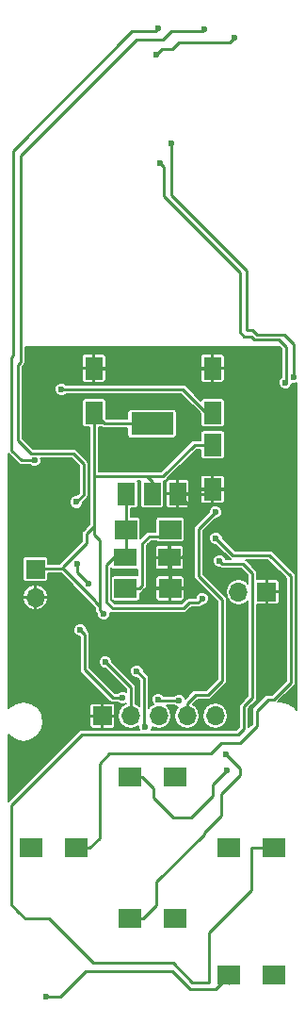
<source format=gbr>
G04 #@! TF.FileFunction,Copper,L2,Bot,Signal*
%FSLAX46Y46*%
G04 Gerber Fmt 4.6, Leading zero omitted, Abs format (unit mm)*
G04 Created by KiCad (PCBNEW 4.0.4-stable) date 04/22/19 13:39:38*
%MOMM*%
%LPD*%
G01*
G04 APERTURE LIST*
%ADD10C,0.100000*%
%ADD11R,1.600000X2.000000*%
%ADD12R,1.700000X1.700000*%
%ADD13O,1.700000X1.700000*%
%ADD14R,2.000000X1.600000*%
%ADD15R,2.000000X1.700000*%
%ADD16R,3.800000X2.000000*%
%ADD17R,1.500000X2.000000*%
%ADD18C,0.600000*%
%ADD19C,0.250000*%
%ADD20C,0.200000*%
G04 APERTURE END LIST*
D10*
D11*
X98247200Y-91128600D03*
X98247200Y-87128600D03*
X108915200Y-91128600D03*
X108915200Y-87128600D03*
D12*
X99009200Y-118338600D03*
D13*
X101549200Y-118338600D03*
X104089200Y-118338600D03*
X106629200Y-118338600D03*
X109169200Y-118338600D03*
D14*
X101035100Y-104101900D03*
X105035100Y-104101900D03*
D11*
X108915200Y-93986600D03*
X108915200Y-97986600D03*
D15*
X105085900Y-106883200D03*
X101085900Y-106883200D03*
D12*
X92989400Y-105168700D03*
D13*
X92989400Y-107708700D03*
D15*
X101098600Y-101612700D03*
X105098600Y-101612700D03*
D16*
X103466900Y-92100000D03*
D17*
X103466900Y-98400000D03*
X101166900Y-98400000D03*
X105766900Y-98400000D03*
D12*
X113779300Y-107213400D03*
D13*
X111239300Y-107213400D03*
D15*
X110395000Y-141605000D03*
X114395000Y-141605000D03*
X96615000Y-130175000D03*
X92615000Y-130175000D03*
X101505000Y-123825000D03*
X105505000Y-123825000D03*
X114395000Y-130175000D03*
X110395000Y-130175000D03*
X101505000Y-136525000D03*
X105505000Y-136525000D03*
D18*
X102108000Y-114300000D03*
X102870000Y-119316500D03*
X99136200Y-109194600D03*
X98120200Y-91033600D03*
X105029000Y-107061000D03*
X108407200Y-113480600D03*
X103835200Y-109448600D03*
X108788200Y-86969600D03*
X98247200Y-86969600D03*
X96774000Y-104648000D03*
X97790000Y-106426000D03*
X99263200Y-113480600D03*
X95326200Y-89001600D03*
X107975400Y-107784900D03*
X103886000Y-58978800D03*
X110845600Y-57454800D03*
X104216200Y-68732400D03*
X115468400Y-88392000D03*
X116179600Y-87909400D03*
X105232200Y-66929000D03*
X96672400Y-99136200D03*
X108204000Y-56667400D03*
X92913200Y-95402400D03*
X104013000Y-56565800D03*
X110172500Y-123253500D03*
X109550200Y-104418600D03*
X109220000Y-102362000D03*
X110109000Y-121793000D03*
X105918000Y-116967000D03*
X104013000Y-116840000D03*
X100838000Y-116713000D03*
X97028000Y-110617000D03*
X93980000Y-143510000D03*
X109169200Y-100050600D03*
X114300000Y-141605000D03*
X92710000Y-130175000D03*
X105473500Y-123888500D03*
X110490000Y-130175000D03*
X105410000Y-136525000D03*
D19*
X102743000Y-114935000D02*
X102108000Y-114300000D01*
X102743000Y-119189500D02*
X102743000Y-114935000D01*
X102870000Y-119316500D02*
X102743000Y-119189500D01*
X103466900Y-92100000D02*
X99218600Y-92100000D01*
X99218600Y-92100000D02*
X98247200Y-91128600D01*
X103022400Y-96837500D02*
X104457500Y-96837500D01*
X107308400Y-93986600D02*
X108915200Y-93986600D01*
X104457500Y-96837500D02*
X107308400Y-93986600D01*
X98247200Y-96837500D02*
X103022400Y-96837500D01*
X103466900Y-97282000D02*
X103466900Y-98400000D01*
X103022400Y-96837500D02*
X103466900Y-97282000D01*
X95453200Y-105130600D02*
X95453200Y-104952800D01*
X97586800Y-101993700D02*
X98247200Y-101333300D01*
X97586800Y-102819200D02*
X97586800Y-101993700D01*
X95453200Y-104952800D02*
X97586800Y-102819200D01*
X92964000Y-105130600D02*
X95453200Y-105130600D01*
X95453200Y-105130600D02*
X95465900Y-105130600D01*
X98348800Y-108102400D02*
X98755200Y-108508800D01*
X98348800Y-108013500D02*
X98348800Y-108102400D01*
X95465900Y-105130600D02*
X98348800Y-108013500D01*
X98247200Y-91128600D02*
X98247200Y-96837500D01*
X98247200Y-96837500D02*
X98247200Y-101333300D01*
X98247200Y-101333300D02*
X98247200Y-102082600D01*
X98247200Y-102082600D02*
X98755200Y-102590600D01*
X98755200Y-102590600D02*
X98755200Y-108508800D01*
X98755200Y-108813600D02*
X99136200Y-109194600D01*
X98755200Y-108508800D02*
X98755200Y-108813600D01*
X98120200Y-91033600D02*
X98215200Y-91128600D01*
X98215200Y-91128600D02*
X98247200Y-91128600D01*
X105085900Y-106883200D02*
X105085900Y-104152700D01*
X105085900Y-104152700D02*
X105035100Y-104101900D01*
X105766900Y-98400000D02*
X108501800Y-98400000D01*
X108501800Y-98400000D02*
X108915200Y-97986600D01*
X105035100Y-104101900D02*
X106159300Y-104101900D01*
X106730800Y-99363900D02*
X105766900Y-98400000D01*
X106730800Y-103530400D02*
X106730800Y-99363900D01*
X106159300Y-104101900D02*
X106730800Y-103530400D01*
X105029000Y-107061000D02*
X105085900Y-107004100D01*
X105085900Y-107004100D02*
X105085900Y-106883200D01*
X103835200Y-111353600D02*
X103835200Y-109448600D01*
X103962200Y-111480600D02*
X103835200Y-111353600D01*
X106407200Y-111480600D02*
X103962200Y-111480600D01*
X108407200Y-113480600D02*
X106407200Y-111480600D01*
X108788200Y-86969600D02*
X108915200Y-87096600D01*
X108915200Y-87096600D02*
X108915200Y-87128600D01*
X98247200Y-86969600D02*
X98247200Y-87128600D01*
X98247200Y-87128600D02*
X108915200Y-87128600D01*
X96774000Y-105410000D02*
X96774000Y-104648000D01*
X97790000Y-106426000D02*
X96774000Y-105410000D01*
X101549200Y-115766600D02*
X101549200Y-118338600D01*
X99263200Y-113480600D02*
X101549200Y-115766600D01*
X108915200Y-91128600D02*
X108375200Y-91128600D01*
X108375200Y-91128600D02*
X106248200Y-89001600D01*
X106248200Y-89001600D02*
X95326200Y-89001600D01*
X101035100Y-104101900D02*
X100050600Y-104101900D01*
X100050600Y-104101900D02*
X99352100Y-104800400D01*
X107581700Y-108178600D02*
X107975400Y-107784900D01*
X106794300Y-108178600D02*
X107581700Y-108178600D01*
X106273600Y-108699300D02*
X106794300Y-108178600D01*
X99936300Y-108699300D02*
X106273600Y-108699300D01*
X99352100Y-108115100D02*
X99936300Y-108699300D01*
X99352100Y-104800400D02*
X99352100Y-108115100D01*
X101098600Y-101612700D02*
X101098600Y-104038400D01*
X101098600Y-104038400D02*
X101035100Y-104101900D01*
X101098600Y-101612700D02*
X101098600Y-98468300D01*
X101098600Y-98468300D02*
X101166900Y-98400000D01*
X101085900Y-106883200D02*
X102285800Y-106883200D01*
X103212900Y-102196900D02*
X104514400Y-102196900D01*
X102565200Y-102844600D02*
X103212900Y-102196900D01*
X102565200Y-106603800D02*
X102565200Y-102844600D01*
X102285800Y-106883200D02*
X102565200Y-106603800D01*
X104514400Y-102196900D02*
X105098600Y-101612700D01*
X104394000Y-58470800D02*
X103886000Y-58978800D01*
X105283000Y-58470800D02*
X104394000Y-58470800D01*
X105867200Y-57886600D02*
X105283000Y-58470800D01*
X110413800Y-57886600D02*
X105867200Y-57886600D01*
X110845600Y-57454800D02*
X110413800Y-57886600D01*
X104546400Y-69062600D02*
X104216200Y-68732400D01*
X104546400Y-71678800D02*
X104546400Y-69062600D01*
X111353600Y-78486000D02*
X104546400Y-71678800D01*
X111353600Y-83870800D02*
X111353600Y-78486000D01*
X111734600Y-84251800D02*
X111353600Y-83870800D01*
X112369600Y-84251800D02*
X111734600Y-84251800D01*
X112674400Y-84556600D02*
X112369600Y-84251800D01*
X114884200Y-84556600D02*
X112674400Y-84556600D01*
X115544600Y-85217000D02*
X114884200Y-84556600D01*
X115544600Y-88315800D02*
X115544600Y-85217000D01*
X115468400Y-88392000D02*
X115544600Y-88315800D01*
X116179600Y-87909400D02*
X116179600Y-84937600D01*
X111988600Y-83718400D02*
X111988600Y-78359000D01*
X111988600Y-78359000D02*
X105232200Y-71602600D01*
X105232200Y-71602600D02*
X105232200Y-66929000D01*
X112496600Y-83718400D02*
X111988600Y-83718400D01*
X112877600Y-84099400D02*
X112496600Y-83718400D01*
X115341400Y-84099400D02*
X112877600Y-84099400D01*
X116179600Y-84937600D02*
X115341400Y-84099400D01*
X97307400Y-98501200D02*
X96672400Y-99136200D01*
X97307400Y-95681800D02*
X97307400Y-98501200D01*
X96367600Y-94742000D02*
X97307400Y-95681800D01*
X92557600Y-94742000D02*
X96367600Y-94742000D01*
X91389200Y-93573600D02*
X92557600Y-94742000D01*
X91389200Y-86817200D02*
X91389200Y-93573600D01*
X91617800Y-86588600D02*
X91389200Y-86817200D01*
X91617800Y-68046600D02*
X91617800Y-86588600D01*
X102057200Y-57607200D02*
X91617800Y-68046600D01*
X104470200Y-57607200D02*
X102057200Y-57607200D01*
X105232200Y-56845200D02*
X104470200Y-57607200D01*
X108026200Y-56845200D02*
X105232200Y-56845200D01*
X108204000Y-56667400D02*
X108026200Y-56845200D01*
X91744800Y-95402400D02*
X92913200Y-95402400D01*
X90830400Y-94488000D02*
X91744800Y-95402400D01*
X90830400Y-86131400D02*
X90830400Y-94488000D01*
X90957400Y-86004400D02*
X90830400Y-86131400D01*
X90957400Y-67564000D02*
X90957400Y-86004400D01*
X101676200Y-56845200D02*
X90957400Y-67564000D01*
X103733600Y-56845200D02*
X101676200Y-56845200D01*
X104013000Y-56565800D02*
X103733600Y-56845200D01*
X101505000Y-123825000D02*
X102552500Y-123825000D01*
X108966000Y-124460000D02*
X110172500Y-123253500D01*
X108966000Y-125476000D02*
X108966000Y-124460000D01*
X106997500Y-127444500D02*
X108966000Y-125476000D01*
X105346500Y-127444500D02*
X106997500Y-127444500D01*
X103568500Y-125666500D02*
X105346500Y-127444500D01*
X103568500Y-124841000D02*
X103568500Y-125666500D01*
X102552500Y-123825000D02*
X103568500Y-124841000D01*
X108585000Y-142240000D02*
X107061000Y-142240000D01*
X112395000Y-130175000D02*
X112395000Y-133985000D01*
X112395000Y-133985000D02*
X110490000Y-135890000D01*
X110490000Y-135890000D02*
X108585000Y-137795000D01*
X108585000Y-137795000D02*
X108585000Y-142240000D01*
X114395000Y-130175000D02*
X112395000Y-130175000D01*
X92075000Y-136525000D02*
X91440000Y-135890000D01*
X94170500Y-136525000D02*
X92075000Y-136525000D01*
X98171000Y-140525500D02*
X94170500Y-136525000D01*
X105346500Y-140525500D02*
X98171000Y-140525500D01*
X107061000Y-142240000D02*
X105346500Y-140525500D01*
X109779600Y-104648000D02*
X109550200Y-104418600D01*
X109779600Y-104648000D02*
X111633000Y-104648000D01*
X111633000Y-104648000D02*
X112522000Y-105537000D01*
X112522000Y-105537000D02*
X112522000Y-116713000D01*
X112522000Y-116713000D02*
X111760000Y-117475000D01*
X111760000Y-117475000D02*
X111760000Y-119507000D01*
X111760000Y-119507000D02*
X111252000Y-120015000D01*
X111252000Y-120015000D02*
X97155000Y-120015000D01*
X97155000Y-120015000D02*
X92710000Y-124460000D01*
X90805000Y-126365000D02*
X92710000Y-124460000D01*
X90805000Y-135255000D02*
X90805000Y-126365000D01*
X91440000Y-135890000D02*
X90805000Y-135255000D01*
X96615000Y-130175000D02*
X97853500Y-130175000D01*
X109728000Y-120777000D02*
X109220000Y-121285000D01*
X111379000Y-120777000D02*
X109728000Y-120777000D01*
X112903000Y-119253000D02*
X111379000Y-120777000D01*
X112903000Y-117856000D02*
X112903000Y-119253000D01*
X113919000Y-116840000D02*
X112903000Y-117856000D01*
X114427000Y-116840000D02*
X113919000Y-116840000D01*
X115951000Y-115316000D02*
X114427000Y-116840000D01*
X115951000Y-105791000D02*
X115951000Y-115316000D01*
X114046000Y-103886000D02*
X115951000Y-105791000D01*
X110744000Y-103886000D02*
X114046000Y-103886000D01*
X109220000Y-102362000D02*
X110744000Y-103886000D01*
X108775500Y-121729500D02*
X109220000Y-121285000D01*
X99631500Y-121729500D02*
X108775500Y-121729500D01*
X98742500Y-122618500D02*
X99631500Y-121729500D01*
X98742500Y-129286000D02*
X98742500Y-122618500D01*
X97853500Y-130175000D02*
X98742500Y-129286000D01*
X101505000Y-136525000D02*
X102679500Y-136525000D01*
X111379000Y-123634500D02*
X111379000Y-123063000D01*
X109664500Y-125349000D02*
X111379000Y-123634500D01*
X109664500Y-127254000D02*
X109664500Y-125349000D01*
X108140500Y-128778000D02*
X109664500Y-127254000D01*
X108140500Y-128968500D02*
X108140500Y-128778000D01*
X103886000Y-133223000D02*
X108140500Y-128968500D01*
X103886000Y-135318500D02*
X103886000Y-133223000D01*
X102679500Y-136525000D02*
X103886000Y-135318500D01*
X110109000Y-121793000D02*
X111379000Y-123063000D01*
X104140000Y-116967000D02*
X105918000Y-116967000D01*
X104013000Y-116840000D02*
X104140000Y-116967000D01*
X99949000Y-116713000D02*
X100838000Y-116713000D01*
X97409000Y-114173000D02*
X99949000Y-116713000D01*
X97409000Y-110998000D02*
X97409000Y-114173000D01*
X97028000Y-110617000D02*
X97409000Y-110998000D01*
X110395000Y-141605000D02*
X110395000Y-141700000D01*
X110395000Y-141700000D02*
X109220000Y-142875000D01*
X95186500Y-143510000D02*
X93980000Y-143510000D01*
X97472500Y-141224000D02*
X95186500Y-143510000D01*
X105283000Y-141224000D02*
X97472500Y-141224000D01*
X106934000Y-142875000D02*
X105283000Y-141224000D01*
X109220000Y-142875000D02*
X106934000Y-142875000D01*
X110395000Y-141605000D02*
X110395000Y-142335000D01*
X106629200Y-117195600D02*
X106629200Y-118338600D01*
X107391200Y-116433600D02*
X106629200Y-117195600D01*
X108534200Y-116433600D02*
X107391200Y-116433600D01*
X109804200Y-115163600D02*
X108534200Y-116433600D01*
X109804200Y-107924600D02*
X109804200Y-115163600D01*
X107645200Y-105765600D02*
X109804200Y-107924600D01*
X107645200Y-101574600D02*
X107645200Y-105765600D01*
X109169200Y-100050600D02*
X107645200Y-101574600D01*
X114300000Y-141605000D02*
X114395000Y-141605000D01*
X92710000Y-130175000D02*
X92615000Y-130175000D01*
X105473500Y-123888500D02*
X105505000Y-123857000D01*
X105505000Y-123857000D02*
X105505000Y-123825000D01*
X110490000Y-130175000D02*
X110395000Y-130175000D01*
X105410000Y-136525000D02*
X105505000Y-136525000D01*
D20*
G36*
X115119600Y-85393041D02*
X115119600Y-87892403D01*
X114960041Y-88051683D01*
X114868504Y-88272129D01*
X114868296Y-88510824D01*
X114959448Y-88731429D01*
X115128083Y-88900359D01*
X115348529Y-88991896D01*
X115587224Y-88992104D01*
X115807829Y-88900952D01*
X115976759Y-88732317D01*
X116068296Y-88511871D01*
X116068298Y-88509303D01*
X116298424Y-88509504D01*
X116465000Y-88440676D01*
X116465000Y-117823801D01*
X116292365Y-117565435D01*
X115704562Y-117172677D01*
X115011200Y-117034759D01*
X114789103Y-117078937D01*
X116251520Y-115616521D01*
X116343648Y-115478641D01*
X116343649Y-115478640D01*
X116376000Y-115316000D01*
X116376000Y-105791000D01*
X116370948Y-105765600D01*
X116343649Y-105628359D01*
X116251520Y-105490480D01*
X114346520Y-103585480D01*
X114208641Y-103493351D01*
X114181657Y-103487984D01*
X114046000Y-103461000D01*
X110920041Y-103461000D01*
X109820001Y-102360961D01*
X109820104Y-102243176D01*
X109728952Y-102022571D01*
X109560317Y-101853641D01*
X109339871Y-101762104D01*
X109101176Y-101761896D01*
X108880571Y-101853048D01*
X108711641Y-102021683D01*
X108620104Y-102242129D01*
X108619896Y-102480824D01*
X108711048Y-102701429D01*
X108879683Y-102870359D01*
X109100129Y-102961896D01*
X109218959Y-102962000D01*
X110443479Y-104186520D01*
X110498075Y-104223000D01*
X110118581Y-104223000D01*
X110059152Y-104079171D01*
X109890517Y-103910241D01*
X109670071Y-103818704D01*
X109431376Y-103818496D01*
X109210771Y-103909648D01*
X109041841Y-104078283D01*
X108950304Y-104298729D01*
X108950096Y-104537424D01*
X109041248Y-104758029D01*
X109209883Y-104926959D01*
X109430329Y-105018496D01*
X109584005Y-105018630D01*
X109616959Y-105040649D01*
X109779600Y-105073000D01*
X111456960Y-105073000D01*
X112097000Y-105713040D01*
X112097000Y-106444337D01*
X112052473Y-106377697D01*
X111679386Y-106128409D01*
X111239300Y-106040870D01*
X110799214Y-106128409D01*
X110426127Y-106377697D01*
X110176839Y-106750784D01*
X110089300Y-107190870D01*
X110089300Y-107235930D01*
X110176839Y-107676016D01*
X110426127Y-108049103D01*
X110799214Y-108298391D01*
X111239300Y-108385930D01*
X111679386Y-108298391D01*
X112052473Y-108049103D01*
X112097000Y-107982463D01*
X112097000Y-116536959D01*
X111459480Y-117174480D01*
X111367351Y-117312359D01*
X111367351Y-117312360D01*
X111335000Y-117475000D01*
X111335000Y-119330959D01*
X111075960Y-119590000D01*
X103406104Y-119590000D01*
X103469896Y-119436371D01*
X103470011Y-119303919D01*
X103649114Y-119423591D01*
X104089200Y-119511130D01*
X104529286Y-119423591D01*
X104902373Y-119174303D01*
X105151661Y-118801216D01*
X105239200Y-118361130D01*
X105239200Y-118316070D01*
X105151661Y-117875984D01*
X104902373Y-117502897D01*
X104736403Y-117392000D01*
X105494470Y-117392000D01*
X105577683Y-117475359D01*
X105778665Y-117558814D01*
X105566739Y-117875984D01*
X105479200Y-118316070D01*
X105479200Y-118361130D01*
X105566739Y-118801216D01*
X105816027Y-119174303D01*
X106189114Y-119423591D01*
X106629200Y-119511130D01*
X107069286Y-119423591D01*
X107442373Y-119174303D01*
X107691661Y-118801216D01*
X107779200Y-118361130D01*
X107779200Y-118316070D01*
X108019200Y-118316070D01*
X108019200Y-118361130D01*
X108106739Y-118801216D01*
X108356027Y-119174303D01*
X108729114Y-119423591D01*
X109169200Y-119511130D01*
X109609286Y-119423591D01*
X109982373Y-119174303D01*
X110231661Y-118801216D01*
X110319200Y-118361130D01*
X110319200Y-118316070D01*
X110231661Y-117875984D01*
X109982373Y-117502897D01*
X109609286Y-117253609D01*
X109169200Y-117166070D01*
X108729114Y-117253609D01*
X108356027Y-117502897D01*
X108106739Y-117875984D01*
X108019200Y-118316070D01*
X107779200Y-118316070D01*
X107691661Y-117875984D01*
X107442373Y-117502897D01*
X107130997Y-117294843D01*
X107567241Y-116858600D01*
X108534200Y-116858600D01*
X108669857Y-116831616D01*
X108696841Y-116826249D01*
X108834720Y-116734120D01*
X110104720Y-115464121D01*
X110174291Y-115360000D01*
X110196849Y-115326240D01*
X110229200Y-115163600D01*
X110229200Y-107924600D01*
X110196849Y-107761960D01*
X110196849Y-107761959D01*
X110104720Y-107624080D01*
X108070200Y-105589560D01*
X108070200Y-101750640D01*
X109170239Y-100650601D01*
X109288024Y-100650704D01*
X109508629Y-100559552D01*
X109677559Y-100390917D01*
X109769096Y-100170471D01*
X109769304Y-99931776D01*
X109678152Y-99711171D01*
X109509517Y-99542241D01*
X109289071Y-99450704D01*
X109050376Y-99450496D01*
X108829771Y-99541648D01*
X108660841Y-99710283D01*
X108569304Y-99930729D01*
X108569200Y-100049559D01*
X107344680Y-101274080D01*
X107252551Y-101411959D01*
X107252551Y-101411960D01*
X107220200Y-101574600D01*
X107220200Y-105765600D01*
X107234506Y-105837520D01*
X107252551Y-105928241D01*
X107344680Y-106066120D01*
X109379200Y-108100640D01*
X109379200Y-114987559D01*
X108358160Y-116008600D01*
X107391200Y-116008600D01*
X107228559Y-116040951D01*
X107090680Y-116133079D01*
X106476434Y-116747326D01*
X106426952Y-116627571D01*
X106258317Y-116458641D01*
X106037871Y-116367104D01*
X105799176Y-116366896D01*
X105578571Y-116458048D01*
X105494472Y-116542000D01*
X104539070Y-116542000D01*
X104521952Y-116500571D01*
X104353317Y-116331641D01*
X104132871Y-116240104D01*
X103894176Y-116239896D01*
X103673571Y-116331048D01*
X103504641Y-116499683D01*
X103413104Y-116720129D01*
X103412896Y-116958824D01*
X103504048Y-117179429D01*
X103606513Y-117282074D01*
X103276027Y-117502897D01*
X103168000Y-117664571D01*
X103168000Y-114935000D01*
X103135649Y-114772360D01*
X103135649Y-114772359D01*
X103043521Y-114634480D01*
X102708001Y-114298961D01*
X102708104Y-114181176D01*
X102616952Y-113960571D01*
X102448317Y-113791641D01*
X102227871Y-113700104D01*
X101989176Y-113699896D01*
X101768571Y-113791048D01*
X101599641Y-113959683D01*
X101508104Y-114180129D01*
X101507896Y-114418824D01*
X101599048Y-114639429D01*
X101767683Y-114808359D01*
X101988129Y-114899896D01*
X102106959Y-114900000D01*
X102318000Y-115111041D01*
X102318000Y-117473248D01*
X101989286Y-117253609D01*
X101974200Y-117250608D01*
X101974200Y-115766600D01*
X101941849Y-115603960D01*
X101909969Y-115556249D01*
X101849720Y-115466079D01*
X99863201Y-113479561D01*
X99863304Y-113361776D01*
X99772152Y-113141171D01*
X99603517Y-112972241D01*
X99383071Y-112880704D01*
X99144376Y-112880496D01*
X98923771Y-112971648D01*
X98754841Y-113140283D01*
X98663304Y-113360729D01*
X98663096Y-113599424D01*
X98754248Y-113820029D01*
X98922883Y-113988959D01*
X99143329Y-114080496D01*
X99262159Y-114080600D01*
X101124200Y-115942641D01*
X101124200Y-116182170D01*
X100957871Y-116113104D01*
X100719176Y-116112896D01*
X100498571Y-116204048D01*
X100414472Y-116288000D01*
X100125041Y-116288000D01*
X97834000Y-113996960D01*
X97834000Y-110998000D01*
X97801649Y-110835360D01*
X97764419Y-110779641D01*
X97709520Y-110697479D01*
X97628001Y-110615961D01*
X97628104Y-110498176D01*
X97536952Y-110277571D01*
X97368317Y-110108641D01*
X97147871Y-110017104D01*
X96909176Y-110016896D01*
X96688571Y-110108048D01*
X96519641Y-110276683D01*
X96428104Y-110497129D01*
X96427896Y-110735824D01*
X96519048Y-110956429D01*
X96687683Y-111125359D01*
X96908129Y-111216896D01*
X96984000Y-111216962D01*
X96984000Y-114173000D01*
X97009262Y-114300000D01*
X97016351Y-114335641D01*
X97108480Y-114473520D01*
X99648479Y-117013520D01*
X99706711Y-117052429D01*
X99786360Y-117105649D01*
X99949000Y-117138000D01*
X100414470Y-117138000D01*
X100497683Y-117221359D01*
X100718129Y-117312896D01*
X100956824Y-117313104D01*
X101124200Y-117243946D01*
X101124200Y-117250608D01*
X101109114Y-117253609D01*
X100736027Y-117502897D01*
X100486739Y-117875984D01*
X100399200Y-118316070D01*
X100399200Y-118361130D01*
X100486739Y-118801216D01*
X100736027Y-119174303D01*
X101109114Y-119423591D01*
X101549200Y-119511130D01*
X101989286Y-119423591D01*
X102270070Y-119235978D01*
X102269896Y-119435324D01*
X102333807Y-119590000D01*
X97155000Y-119590000D01*
X96992360Y-119622351D01*
X96992358Y-119622352D01*
X96992359Y-119622352D01*
X96854479Y-119714480D01*
X92409480Y-124159480D01*
X90545000Y-126023960D01*
X90545000Y-120021454D01*
X90616035Y-120127765D01*
X91203838Y-120520523D01*
X91897200Y-120658441D01*
X92590562Y-120520523D01*
X93178365Y-120127765D01*
X93571123Y-119539962D01*
X93709041Y-118846600D01*
X93632858Y-118463600D01*
X97859200Y-118463600D01*
X97859200Y-119248274D01*
X97904872Y-119358537D01*
X97989264Y-119442928D01*
X98099527Y-119488600D01*
X98884200Y-119488600D01*
X98959200Y-119413600D01*
X98959200Y-118388600D01*
X99059200Y-118388600D01*
X99059200Y-119413600D01*
X99134200Y-119488600D01*
X99918873Y-119488600D01*
X100029136Y-119442928D01*
X100113528Y-119358537D01*
X100159200Y-119248274D01*
X100159200Y-118463600D01*
X100084200Y-118388600D01*
X99059200Y-118388600D01*
X98959200Y-118388600D01*
X97934200Y-118388600D01*
X97859200Y-118463600D01*
X93632858Y-118463600D01*
X93571123Y-118153238D01*
X93178365Y-117565435D01*
X92974066Y-117428926D01*
X97859200Y-117428926D01*
X97859200Y-118213600D01*
X97934200Y-118288600D01*
X98959200Y-118288600D01*
X98959200Y-117263600D01*
X99059200Y-117263600D01*
X99059200Y-118288600D01*
X100084200Y-118288600D01*
X100159200Y-118213600D01*
X100159200Y-117428926D01*
X100113528Y-117318663D01*
X100029136Y-117234272D01*
X99918873Y-117188600D01*
X99134200Y-117188600D01*
X99059200Y-117263600D01*
X98959200Y-117263600D01*
X98884200Y-117188600D01*
X98099527Y-117188600D01*
X97989264Y-117234272D01*
X97904872Y-117318663D01*
X97859200Y-117428926D01*
X92974066Y-117428926D01*
X92590562Y-117172677D01*
X91897200Y-117034759D01*
X91203838Y-117172677D01*
X90616035Y-117565435D01*
X90545000Y-117671746D01*
X90545000Y-107937814D01*
X91862454Y-107937814D01*
X92030517Y-108343566D01*
X92346460Y-108662188D01*
X92760285Y-108835650D01*
X92939400Y-108782617D01*
X92939400Y-107758700D01*
X93039400Y-107758700D01*
X93039400Y-108782617D01*
X93218515Y-108835650D01*
X93632340Y-108662188D01*
X93948283Y-108343566D01*
X94116346Y-107937814D01*
X94063237Y-107758700D01*
X93039400Y-107758700D01*
X92939400Y-107758700D01*
X91915563Y-107758700D01*
X91862454Y-107937814D01*
X90545000Y-107937814D01*
X90545000Y-107479586D01*
X91862454Y-107479586D01*
X91915563Y-107658700D01*
X92939400Y-107658700D01*
X92939400Y-106634783D01*
X93039400Y-106634783D01*
X93039400Y-107658700D01*
X94063237Y-107658700D01*
X94116346Y-107479586D01*
X93948283Y-107073834D01*
X93632340Y-106755212D01*
X93218515Y-106581750D01*
X93039400Y-106634783D01*
X92939400Y-106634783D01*
X92760285Y-106581750D01*
X92346460Y-106755212D01*
X92030517Y-107073834D01*
X91862454Y-107479586D01*
X90545000Y-107479586D01*
X90545000Y-104318700D01*
X91833523Y-104318700D01*
X91833523Y-106018700D01*
X91854442Y-106129873D01*
X91920145Y-106231979D01*
X92020397Y-106300478D01*
X92139400Y-106324577D01*
X93839400Y-106324577D01*
X93950573Y-106303658D01*
X94052679Y-106237955D01*
X94121178Y-106137703D01*
X94145277Y-106018700D01*
X94145277Y-105555600D01*
X95289860Y-105555600D01*
X97945437Y-108211178D01*
X97949845Y-108233337D01*
X97956151Y-108265041D01*
X98048280Y-108402920D01*
X98330200Y-108684841D01*
X98330200Y-108813600D01*
X98354109Y-108933799D01*
X98362551Y-108976241D01*
X98454680Y-109114120D01*
X98536199Y-109195639D01*
X98536096Y-109313424D01*
X98627248Y-109534029D01*
X98795883Y-109702959D01*
X99016329Y-109794496D01*
X99255024Y-109794704D01*
X99475629Y-109703552D01*
X99644559Y-109534917D01*
X99736096Y-109314471D01*
X99736304Y-109075776D01*
X99731289Y-109063638D01*
X99773659Y-109091949D01*
X99936300Y-109124300D01*
X106273600Y-109124300D01*
X106409257Y-109097316D01*
X106436241Y-109091949D01*
X106574120Y-108999820D01*
X106970340Y-108603600D01*
X107581700Y-108603600D01*
X107717357Y-108576616D01*
X107744341Y-108571249D01*
X107882220Y-108479120D01*
X107976439Y-108384901D01*
X108094224Y-108385004D01*
X108314829Y-108293852D01*
X108483759Y-108125217D01*
X108575296Y-107904771D01*
X108575504Y-107666076D01*
X108484352Y-107445471D01*
X108315717Y-107276541D01*
X108095271Y-107185004D01*
X107856576Y-107184796D01*
X107635971Y-107275948D01*
X107467041Y-107444583D01*
X107375504Y-107665029D01*
X107375427Y-107753600D01*
X106794300Y-107753600D01*
X106658643Y-107780584D01*
X106631659Y-107785951D01*
X106493780Y-107878080D01*
X106097560Y-108274300D01*
X100112341Y-108274300D01*
X99777100Y-107939060D01*
X99777100Y-105054967D01*
X99815845Y-105115179D01*
X99916097Y-105183678D01*
X100035100Y-105207777D01*
X102035100Y-105207777D01*
X102140200Y-105188001D01*
X102140200Y-105738319D01*
X102085900Y-105727323D01*
X100085900Y-105727323D01*
X99974727Y-105748242D01*
X99872621Y-105813945D01*
X99804122Y-105914197D01*
X99780023Y-106033200D01*
X99780023Y-107733200D01*
X99800942Y-107844373D01*
X99866645Y-107946479D01*
X99966897Y-108014978D01*
X100085900Y-108039077D01*
X102085900Y-108039077D01*
X102197073Y-108018158D01*
X102299179Y-107952455D01*
X102367678Y-107852203D01*
X102391777Y-107733200D01*
X102391777Y-107287120D01*
X102421457Y-107281216D01*
X102448441Y-107275849D01*
X102586320Y-107183720D01*
X102761840Y-107008200D01*
X103785900Y-107008200D01*
X103785900Y-107792873D01*
X103831572Y-107903136D01*
X103915963Y-107987528D01*
X104026226Y-108033200D01*
X104960900Y-108033200D01*
X105035900Y-107958200D01*
X105035900Y-106933200D01*
X105135900Y-106933200D01*
X105135900Y-107958200D01*
X105210900Y-108033200D01*
X106145574Y-108033200D01*
X106255837Y-107987528D01*
X106340228Y-107903136D01*
X106385900Y-107792873D01*
X106385900Y-107008200D01*
X106310900Y-106933200D01*
X105135900Y-106933200D01*
X105035900Y-106933200D01*
X103860900Y-106933200D01*
X103785900Y-107008200D01*
X102761840Y-107008200D01*
X102865720Y-106904321D01*
X102957848Y-106766441D01*
X102957849Y-106766440D01*
X102990200Y-106603800D01*
X102990200Y-105973527D01*
X103785900Y-105973527D01*
X103785900Y-106758200D01*
X103860900Y-106833200D01*
X105035900Y-106833200D01*
X105035900Y-105808200D01*
X105135900Y-105808200D01*
X105135900Y-106833200D01*
X106310900Y-106833200D01*
X106385900Y-106758200D01*
X106385900Y-105973527D01*
X106340228Y-105863264D01*
X106255837Y-105778872D01*
X106145574Y-105733200D01*
X105210900Y-105733200D01*
X105135900Y-105808200D01*
X105035900Y-105808200D01*
X104960900Y-105733200D01*
X104026226Y-105733200D01*
X103915963Y-105778872D01*
X103831572Y-105863264D01*
X103785900Y-105973527D01*
X102990200Y-105973527D01*
X102990200Y-104226900D01*
X103735100Y-104226900D01*
X103735100Y-104961573D01*
X103780772Y-105071836D01*
X103865163Y-105156228D01*
X103975426Y-105201900D01*
X104910100Y-105201900D01*
X104985100Y-105126900D01*
X104985100Y-104151900D01*
X105085100Y-104151900D01*
X105085100Y-105126900D01*
X105160100Y-105201900D01*
X106094774Y-105201900D01*
X106205037Y-105156228D01*
X106289428Y-105071836D01*
X106335100Y-104961573D01*
X106335100Y-104226900D01*
X106260100Y-104151900D01*
X105085100Y-104151900D01*
X104985100Y-104151900D01*
X103810100Y-104151900D01*
X103735100Y-104226900D01*
X102990200Y-104226900D01*
X102990200Y-103242227D01*
X103735100Y-103242227D01*
X103735100Y-103976900D01*
X103810100Y-104051900D01*
X104985100Y-104051900D01*
X104985100Y-103076900D01*
X105085100Y-103076900D01*
X105085100Y-104051900D01*
X106260100Y-104051900D01*
X106335100Y-103976900D01*
X106335100Y-103242227D01*
X106289428Y-103131964D01*
X106205037Y-103047572D01*
X106094774Y-103001900D01*
X105160100Y-103001900D01*
X105085100Y-103076900D01*
X104985100Y-103076900D01*
X104910100Y-103001900D01*
X103975426Y-103001900D01*
X103865163Y-103047572D01*
X103780772Y-103131964D01*
X103735100Y-103242227D01*
X102990200Y-103242227D01*
X102990200Y-103020640D01*
X103388940Y-102621900D01*
X103844546Y-102621900D01*
X103879345Y-102675979D01*
X103979597Y-102744478D01*
X104098600Y-102768577D01*
X106098600Y-102768577D01*
X106209773Y-102747658D01*
X106311879Y-102681955D01*
X106380378Y-102581703D01*
X106404477Y-102462700D01*
X106404477Y-100762700D01*
X106383558Y-100651527D01*
X106317855Y-100549421D01*
X106217603Y-100480922D01*
X106098600Y-100456823D01*
X104098600Y-100456823D01*
X103987427Y-100477742D01*
X103885321Y-100543445D01*
X103816822Y-100643697D01*
X103792723Y-100762700D01*
X103792723Y-101771900D01*
X103212900Y-101771900D01*
X103077243Y-101798884D01*
X103050259Y-101804251D01*
X102912380Y-101896380D01*
X102404477Y-102404283D01*
X102404477Y-100762700D01*
X102383558Y-100651527D01*
X102317855Y-100549421D01*
X102217603Y-100480922D01*
X102098600Y-100456823D01*
X101523600Y-100456823D01*
X101523600Y-99705877D01*
X101916900Y-99705877D01*
X102028073Y-99684958D01*
X102130179Y-99619255D01*
X102198678Y-99519003D01*
X102222777Y-99400000D01*
X102222777Y-97400000D01*
X102201858Y-97288827D01*
X102184917Y-97262500D01*
X102447760Y-97262500D01*
X102435122Y-97280997D01*
X102411023Y-97400000D01*
X102411023Y-99400000D01*
X102431942Y-99511173D01*
X102497645Y-99613279D01*
X102597897Y-99681778D01*
X102716900Y-99705877D01*
X104216900Y-99705877D01*
X104328073Y-99684958D01*
X104430179Y-99619255D01*
X104498678Y-99519003D01*
X104522777Y-99400000D01*
X104522777Y-98525000D01*
X104716900Y-98525000D01*
X104716900Y-99459674D01*
X104762572Y-99569937D01*
X104846964Y-99654328D01*
X104957227Y-99700000D01*
X105641900Y-99700000D01*
X105716900Y-99625000D01*
X105716900Y-98450000D01*
X105816900Y-98450000D01*
X105816900Y-99625000D01*
X105891900Y-99700000D01*
X106576573Y-99700000D01*
X106686836Y-99654328D01*
X106771228Y-99569937D01*
X106816900Y-99459674D01*
X106816900Y-98525000D01*
X106741900Y-98450000D01*
X105816900Y-98450000D01*
X105716900Y-98450000D01*
X104791900Y-98450000D01*
X104716900Y-98525000D01*
X104522777Y-98525000D01*
X104522777Y-97400000D01*
X104511549Y-97340326D01*
X104716900Y-97340326D01*
X104716900Y-98275000D01*
X104791900Y-98350000D01*
X105716900Y-98350000D01*
X105716900Y-97175000D01*
X105816900Y-97175000D01*
X105816900Y-98350000D01*
X106741900Y-98350000D01*
X106816900Y-98275000D01*
X106816900Y-98111600D01*
X107815200Y-98111600D01*
X107815200Y-99046274D01*
X107860872Y-99156537D01*
X107945264Y-99240928D01*
X108055527Y-99286600D01*
X108790200Y-99286600D01*
X108865200Y-99211600D01*
X108865200Y-98036600D01*
X108965200Y-98036600D01*
X108965200Y-99211600D01*
X109040200Y-99286600D01*
X109774873Y-99286600D01*
X109885136Y-99240928D01*
X109969528Y-99156537D01*
X110015200Y-99046274D01*
X110015200Y-98111600D01*
X109940200Y-98036600D01*
X108965200Y-98036600D01*
X108865200Y-98036600D01*
X107890200Y-98036600D01*
X107815200Y-98111600D01*
X106816900Y-98111600D01*
X106816900Y-97340326D01*
X106771228Y-97230063D01*
X106686836Y-97145672D01*
X106576573Y-97100000D01*
X105891900Y-97100000D01*
X105816900Y-97175000D01*
X105716900Y-97175000D01*
X105641900Y-97100000D01*
X104957227Y-97100000D01*
X104846964Y-97145672D01*
X104762572Y-97230063D01*
X104716900Y-97340326D01*
X104511549Y-97340326D01*
X104501858Y-97288827D01*
X104481806Y-97257665D01*
X104593157Y-97235516D01*
X104620141Y-97230149D01*
X104758020Y-97138020D01*
X104969114Y-96926926D01*
X107815200Y-96926926D01*
X107815200Y-97861600D01*
X107890200Y-97936600D01*
X108865200Y-97936600D01*
X108865200Y-96761600D01*
X108965200Y-96761600D01*
X108965200Y-97936600D01*
X109940200Y-97936600D01*
X110015200Y-97861600D01*
X110015200Y-96926926D01*
X109969528Y-96816663D01*
X109885136Y-96732272D01*
X109774873Y-96686600D01*
X109040200Y-96686600D01*
X108965200Y-96761600D01*
X108865200Y-96761600D01*
X108790200Y-96686600D01*
X108055527Y-96686600D01*
X107945264Y-96732272D01*
X107860872Y-96816663D01*
X107815200Y-96926926D01*
X104969114Y-96926926D01*
X107484441Y-94411600D01*
X107809323Y-94411600D01*
X107809323Y-94986600D01*
X107830242Y-95097773D01*
X107895945Y-95199879D01*
X107996197Y-95268378D01*
X108115200Y-95292477D01*
X109715200Y-95292477D01*
X109826373Y-95271558D01*
X109928479Y-95205855D01*
X109996978Y-95105603D01*
X110021077Y-94986600D01*
X110021077Y-92986600D01*
X110000158Y-92875427D01*
X109934455Y-92773321D01*
X109834203Y-92704822D01*
X109715200Y-92680723D01*
X108115200Y-92680723D01*
X108004027Y-92701642D01*
X107901921Y-92767345D01*
X107833422Y-92867597D01*
X107809323Y-92986600D01*
X107809323Y-93561600D01*
X107308400Y-93561600D01*
X107145760Y-93593951D01*
X107145758Y-93593952D01*
X107145759Y-93593952D01*
X107007879Y-93686080D01*
X104281460Y-96412500D01*
X98672200Y-96412500D01*
X98672200Y-92434477D01*
X98968900Y-92434477D01*
X99055959Y-92492649D01*
X99082943Y-92498016D01*
X99218600Y-92525000D01*
X101261023Y-92525000D01*
X101261023Y-93100000D01*
X101281942Y-93211173D01*
X101347645Y-93313279D01*
X101447897Y-93381778D01*
X101566900Y-93405877D01*
X105366900Y-93405877D01*
X105478073Y-93384958D01*
X105580179Y-93319255D01*
X105648678Y-93219003D01*
X105672777Y-93100000D01*
X105672777Y-91100000D01*
X105651858Y-90988827D01*
X105586155Y-90886721D01*
X105485903Y-90818222D01*
X105366900Y-90794123D01*
X101566900Y-90794123D01*
X101455727Y-90815042D01*
X101353621Y-90880745D01*
X101285122Y-90980997D01*
X101261023Y-91100000D01*
X101261023Y-91675000D01*
X99394640Y-91675000D01*
X99353077Y-91633437D01*
X99353077Y-90128600D01*
X99332158Y-90017427D01*
X99266455Y-89915321D01*
X99166203Y-89846822D01*
X99047200Y-89822723D01*
X97447200Y-89822723D01*
X97336027Y-89843642D01*
X97233921Y-89909345D01*
X97165422Y-90009597D01*
X97141323Y-90128600D01*
X97141323Y-92128600D01*
X97162242Y-92239773D01*
X97227945Y-92341879D01*
X97328197Y-92410378D01*
X97447200Y-92434477D01*
X97822200Y-92434477D01*
X97822200Y-101157259D01*
X97286280Y-101693180D01*
X97194151Y-101831059D01*
X97194151Y-101831060D01*
X97161800Y-101993700D01*
X97161800Y-102643160D01*
X95152680Y-104652280D01*
X95117052Y-104705600D01*
X94145277Y-104705600D01*
X94145277Y-104318700D01*
X94124358Y-104207527D01*
X94058655Y-104105421D01*
X93958403Y-104036922D01*
X93839400Y-104012823D01*
X92139400Y-104012823D01*
X92028227Y-104033742D01*
X91926121Y-104099445D01*
X91857622Y-104199697D01*
X91833523Y-104318700D01*
X90545000Y-104318700D01*
X90545000Y-94803640D01*
X91444280Y-95702920D01*
X91582159Y-95795049D01*
X91744800Y-95827400D01*
X92489670Y-95827400D01*
X92572883Y-95910759D01*
X92793329Y-96002296D01*
X93032024Y-96002504D01*
X93252629Y-95911352D01*
X93421559Y-95742717D01*
X93513096Y-95522271D01*
X93513304Y-95283576D01*
X93465136Y-95167000D01*
X96191560Y-95167000D01*
X96882400Y-95857840D01*
X96882400Y-98325159D01*
X96671361Y-98536199D01*
X96553576Y-98536096D01*
X96332971Y-98627248D01*
X96164041Y-98795883D01*
X96072504Y-99016329D01*
X96072296Y-99255024D01*
X96163448Y-99475629D01*
X96332083Y-99644559D01*
X96552529Y-99736096D01*
X96791224Y-99736304D01*
X97011829Y-99645152D01*
X97180759Y-99476517D01*
X97272296Y-99256071D01*
X97272400Y-99137241D01*
X97607921Y-98801720D01*
X97700049Y-98663841D01*
X97732400Y-98501200D01*
X97732400Y-95681800D01*
X97700049Y-95519160D01*
X97700049Y-95519159D01*
X97607920Y-95381280D01*
X96668120Y-94441480D01*
X96530241Y-94349351D01*
X96503257Y-94343984D01*
X96367600Y-94317000D01*
X92733640Y-94317000D01*
X91814200Y-93397560D01*
X91814200Y-89120424D01*
X94726096Y-89120424D01*
X94817248Y-89341029D01*
X94985883Y-89509959D01*
X95206329Y-89601496D01*
X95445024Y-89601704D01*
X95665629Y-89510552D01*
X95749728Y-89426600D01*
X106072160Y-89426600D01*
X107809323Y-91163764D01*
X107809323Y-92128600D01*
X107830242Y-92239773D01*
X107895945Y-92341879D01*
X107996197Y-92410378D01*
X108115200Y-92434477D01*
X109715200Y-92434477D01*
X109826373Y-92413558D01*
X109928479Y-92347855D01*
X109996978Y-92247603D01*
X110021077Y-92128600D01*
X110021077Y-90128600D01*
X110000158Y-90017427D01*
X109934455Y-89915321D01*
X109834203Y-89846822D01*
X109715200Y-89822723D01*
X108115200Y-89822723D01*
X108004027Y-89843642D01*
X107901921Y-89909345D01*
X107843089Y-89995449D01*
X106548720Y-88701080D01*
X106410841Y-88608951D01*
X106383857Y-88603584D01*
X106248200Y-88576600D01*
X95749730Y-88576600D01*
X95666517Y-88493241D01*
X95446071Y-88401704D01*
X95207376Y-88401496D01*
X94986771Y-88492648D01*
X94817841Y-88661283D01*
X94726304Y-88881729D01*
X94726096Y-89120424D01*
X91814200Y-89120424D01*
X91814200Y-87253600D01*
X97147200Y-87253600D01*
X97147200Y-88188274D01*
X97192872Y-88298537D01*
X97277264Y-88382928D01*
X97387527Y-88428600D01*
X98122200Y-88428600D01*
X98197200Y-88353600D01*
X98197200Y-87178600D01*
X98297200Y-87178600D01*
X98297200Y-88353600D01*
X98372200Y-88428600D01*
X99106873Y-88428600D01*
X99217136Y-88382928D01*
X99301528Y-88298537D01*
X99347200Y-88188274D01*
X99347200Y-87253600D01*
X107815200Y-87253600D01*
X107815200Y-88188274D01*
X107860872Y-88298537D01*
X107945264Y-88382928D01*
X108055527Y-88428600D01*
X108790200Y-88428600D01*
X108865200Y-88353600D01*
X108865200Y-87178600D01*
X108965200Y-87178600D01*
X108965200Y-88353600D01*
X109040200Y-88428600D01*
X109774873Y-88428600D01*
X109885136Y-88382928D01*
X109969528Y-88298537D01*
X110015200Y-88188274D01*
X110015200Y-87253600D01*
X109940200Y-87178600D01*
X108965200Y-87178600D01*
X108865200Y-87178600D01*
X107890200Y-87178600D01*
X107815200Y-87253600D01*
X99347200Y-87253600D01*
X99272200Y-87178600D01*
X98297200Y-87178600D01*
X98197200Y-87178600D01*
X97222200Y-87178600D01*
X97147200Y-87253600D01*
X91814200Y-87253600D01*
X91814200Y-86993241D01*
X91918320Y-86889121D01*
X92010448Y-86751241D01*
X92010449Y-86751240D01*
X92042800Y-86588600D01*
X92042800Y-86068926D01*
X97147200Y-86068926D01*
X97147200Y-87003600D01*
X97222200Y-87078600D01*
X98197200Y-87078600D01*
X98197200Y-85903600D01*
X98297200Y-85903600D01*
X98297200Y-87078600D01*
X99272200Y-87078600D01*
X99347200Y-87003600D01*
X99347200Y-86068926D01*
X107815200Y-86068926D01*
X107815200Y-87003600D01*
X107890200Y-87078600D01*
X108865200Y-87078600D01*
X108865200Y-85903600D01*
X108965200Y-85903600D01*
X108965200Y-87078600D01*
X109940200Y-87078600D01*
X110015200Y-87003600D01*
X110015200Y-86068926D01*
X109969528Y-85958663D01*
X109885136Y-85874272D01*
X109774873Y-85828600D01*
X109040200Y-85828600D01*
X108965200Y-85903600D01*
X108865200Y-85903600D01*
X108790200Y-85828600D01*
X108055527Y-85828600D01*
X107945264Y-85874272D01*
X107860872Y-85958663D01*
X107815200Y-86068926D01*
X99347200Y-86068926D01*
X99301528Y-85958663D01*
X99217136Y-85874272D01*
X99106873Y-85828600D01*
X98372200Y-85828600D01*
X98297200Y-85903600D01*
X98197200Y-85903600D01*
X98122200Y-85828600D01*
X97387527Y-85828600D01*
X97277264Y-85874272D01*
X97192872Y-85958663D01*
X97147200Y-86068926D01*
X92042800Y-86068926D01*
X92042800Y-85190000D01*
X114916559Y-85190000D01*
X115119600Y-85393041D01*
X115119600Y-85393041D01*
G37*
X115119600Y-85393041D02*
X115119600Y-87892403D01*
X114960041Y-88051683D01*
X114868504Y-88272129D01*
X114868296Y-88510824D01*
X114959448Y-88731429D01*
X115128083Y-88900359D01*
X115348529Y-88991896D01*
X115587224Y-88992104D01*
X115807829Y-88900952D01*
X115976759Y-88732317D01*
X116068296Y-88511871D01*
X116068298Y-88509303D01*
X116298424Y-88509504D01*
X116465000Y-88440676D01*
X116465000Y-117823801D01*
X116292365Y-117565435D01*
X115704562Y-117172677D01*
X115011200Y-117034759D01*
X114789103Y-117078937D01*
X116251520Y-115616521D01*
X116343648Y-115478641D01*
X116343649Y-115478640D01*
X116376000Y-115316000D01*
X116376000Y-105791000D01*
X116370948Y-105765600D01*
X116343649Y-105628359D01*
X116251520Y-105490480D01*
X114346520Y-103585480D01*
X114208641Y-103493351D01*
X114181657Y-103487984D01*
X114046000Y-103461000D01*
X110920041Y-103461000D01*
X109820001Y-102360961D01*
X109820104Y-102243176D01*
X109728952Y-102022571D01*
X109560317Y-101853641D01*
X109339871Y-101762104D01*
X109101176Y-101761896D01*
X108880571Y-101853048D01*
X108711641Y-102021683D01*
X108620104Y-102242129D01*
X108619896Y-102480824D01*
X108711048Y-102701429D01*
X108879683Y-102870359D01*
X109100129Y-102961896D01*
X109218959Y-102962000D01*
X110443479Y-104186520D01*
X110498075Y-104223000D01*
X110118581Y-104223000D01*
X110059152Y-104079171D01*
X109890517Y-103910241D01*
X109670071Y-103818704D01*
X109431376Y-103818496D01*
X109210771Y-103909648D01*
X109041841Y-104078283D01*
X108950304Y-104298729D01*
X108950096Y-104537424D01*
X109041248Y-104758029D01*
X109209883Y-104926959D01*
X109430329Y-105018496D01*
X109584005Y-105018630D01*
X109616959Y-105040649D01*
X109779600Y-105073000D01*
X111456960Y-105073000D01*
X112097000Y-105713040D01*
X112097000Y-106444337D01*
X112052473Y-106377697D01*
X111679386Y-106128409D01*
X111239300Y-106040870D01*
X110799214Y-106128409D01*
X110426127Y-106377697D01*
X110176839Y-106750784D01*
X110089300Y-107190870D01*
X110089300Y-107235930D01*
X110176839Y-107676016D01*
X110426127Y-108049103D01*
X110799214Y-108298391D01*
X111239300Y-108385930D01*
X111679386Y-108298391D01*
X112052473Y-108049103D01*
X112097000Y-107982463D01*
X112097000Y-116536959D01*
X111459480Y-117174480D01*
X111367351Y-117312359D01*
X111367351Y-117312360D01*
X111335000Y-117475000D01*
X111335000Y-119330959D01*
X111075960Y-119590000D01*
X103406104Y-119590000D01*
X103469896Y-119436371D01*
X103470011Y-119303919D01*
X103649114Y-119423591D01*
X104089200Y-119511130D01*
X104529286Y-119423591D01*
X104902373Y-119174303D01*
X105151661Y-118801216D01*
X105239200Y-118361130D01*
X105239200Y-118316070D01*
X105151661Y-117875984D01*
X104902373Y-117502897D01*
X104736403Y-117392000D01*
X105494470Y-117392000D01*
X105577683Y-117475359D01*
X105778665Y-117558814D01*
X105566739Y-117875984D01*
X105479200Y-118316070D01*
X105479200Y-118361130D01*
X105566739Y-118801216D01*
X105816027Y-119174303D01*
X106189114Y-119423591D01*
X106629200Y-119511130D01*
X107069286Y-119423591D01*
X107442373Y-119174303D01*
X107691661Y-118801216D01*
X107779200Y-118361130D01*
X107779200Y-118316070D01*
X108019200Y-118316070D01*
X108019200Y-118361130D01*
X108106739Y-118801216D01*
X108356027Y-119174303D01*
X108729114Y-119423591D01*
X109169200Y-119511130D01*
X109609286Y-119423591D01*
X109982373Y-119174303D01*
X110231661Y-118801216D01*
X110319200Y-118361130D01*
X110319200Y-118316070D01*
X110231661Y-117875984D01*
X109982373Y-117502897D01*
X109609286Y-117253609D01*
X109169200Y-117166070D01*
X108729114Y-117253609D01*
X108356027Y-117502897D01*
X108106739Y-117875984D01*
X108019200Y-118316070D01*
X107779200Y-118316070D01*
X107691661Y-117875984D01*
X107442373Y-117502897D01*
X107130997Y-117294843D01*
X107567241Y-116858600D01*
X108534200Y-116858600D01*
X108669857Y-116831616D01*
X108696841Y-116826249D01*
X108834720Y-116734120D01*
X110104720Y-115464121D01*
X110174291Y-115360000D01*
X110196849Y-115326240D01*
X110229200Y-115163600D01*
X110229200Y-107924600D01*
X110196849Y-107761960D01*
X110196849Y-107761959D01*
X110104720Y-107624080D01*
X108070200Y-105589560D01*
X108070200Y-101750640D01*
X109170239Y-100650601D01*
X109288024Y-100650704D01*
X109508629Y-100559552D01*
X109677559Y-100390917D01*
X109769096Y-100170471D01*
X109769304Y-99931776D01*
X109678152Y-99711171D01*
X109509517Y-99542241D01*
X109289071Y-99450704D01*
X109050376Y-99450496D01*
X108829771Y-99541648D01*
X108660841Y-99710283D01*
X108569304Y-99930729D01*
X108569200Y-100049559D01*
X107344680Y-101274080D01*
X107252551Y-101411959D01*
X107252551Y-101411960D01*
X107220200Y-101574600D01*
X107220200Y-105765600D01*
X107234506Y-105837520D01*
X107252551Y-105928241D01*
X107344680Y-106066120D01*
X109379200Y-108100640D01*
X109379200Y-114987559D01*
X108358160Y-116008600D01*
X107391200Y-116008600D01*
X107228559Y-116040951D01*
X107090680Y-116133079D01*
X106476434Y-116747326D01*
X106426952Y-116627571D01*
X106258317Y-116458641D01*
X106037871Y-116367104D01*
X105799176Y-116366896D01*
X105578571Y-116458048D01*
X105494472Y-116542000D01*
X104539070Y-116542000D01*
X104521952Y-116500571D01*
X104353317Y-116331641D01*
X104132871Y-116240104D01*
X103894176Y-116239896D01*
X103673571Y-116331048D01*
X103504641Y-116499683D01*
X103413104Y-116720129D01*
X103412896Y-116958824D01*
X103504048Y-117179429D01*
X103606513Y-117282074D01*
X103276027Y-117502897D01*
X103168000Y-117664571D01*
X103168000Y-114935000D01*
X103135649Y-114772360D01*
X103135649Y-114772359D01*
X103043521Y-114634480D01*
X102708001Y-114298961D01*
X102708104Y-114181176D01*
X102616952Y-113960571D01*
X102448317Y-113791641D01*
X102227871Y-113700104D01*
X101989176Y-113699896D01*
X101768571Y-113791048D01*
X101599641Y-113959683D01*
X101508104Y-114180129D01*
X101507896Y-114418824D01*
X101599048Y-114639429D01*
X101767683Y-114808359D01*
X101988129Y-114899896D01*
X102106959Y-114900000D01*
X102318000Y-115111041D01*
X102318000Y-117473248D01*
X101989286Y-117253609D01*
X101974200Y-117250608D01*
X101974200Y-115766600D01*
X101941849Y-115603960D01*
X101909969Y-115556249D01*
X101849720Y-115466079D01*
X99863201Y-113479561D01*
X99863304Y-113361776D01*
X99772152Y-113141171D01*
X99603517Y-112972241D01*
X99383071Y-112880704D01*
X99144376Y-112880496D01*
X98923771Y-112971648D01*
X98754841Y-113140283D01*
X98663304Y-113360729D01*
X98663096Y-113599424D01*
X98754248Y-113820029D01*
X98922883Y-113988959D01*
X99143329Y-114080496D01*
X99262159Y-114080600D01*
X101124200Y-115942641D01*
X101124200Y-116182170D01*
X100957871Y-116113104D01*
X100719176Y-116112896D01*
X100498571Y-116204048D01*
X100414472Y-116288000D01*
X100125041Y-116288000D01*
X97834000Y-113996960D01*
X97834000Y-110998000D01*
X97801649Y-110835360D01*
X97764419Y-110779641D01*
X97709520Y-110697479D01*
X97628001Y-110615961D01*
X97628104Y-110498176D01*
X97536952Y-110277571D01*
X97368317Y-110108641D01*
X97147871Y-110017104D01*
X96909176Y-110016896D01*
X96688571Y-110108048D01*
X96519641Y-110276683D01*
X96428104Y-110497129D01*
X96427896Y-110735824D01*
X96519048Y-110956429D01*
X96687683Y-111125359D01*
X96908129Y-111216896D01*
X96984000Y-111216962D01*
X96984000Y-114173000D01*
X97009262Y-114300000D01*
X97016351Y-114335641D01*
X97108480Y-114473520D01*
X99648479Y-117013520D01*
X99706711Y-117052429D01*
X99786360Y-117105649D01*
X99949000Y-117138000D01*
X100414470Y-117138000D01*
X100497683Y-117221359D01*
X100718129Y-117312896D01*
X100956824Y-117313104D01*
X101124200Y-117243946D01*
X101124200Y-117250608D01*
X101109114Y-117253609D01*
X100736027Y-117502897D01*
X100486739Y-117875984D01*
X100399200Y-118316070D01*
X100399200Y-118361130D01*
X100486739Y-118801216D01*
X100736027Y-119174303D01*
X101109114Y-119423591D01*
X101549200Y-119511130D01*
X101989286Y-119423591D01*
X102270070Y-119235978D01*
X102269896Y-119435324D01*
X102333807Y-119590000D01*
X97155000Y-119590000D01*
X96992360Y-119622351D01*
X96992358Y-119622352D01*
X96992359Y-119622352D01*
X96854479Y-119714480D01*
X92409480Y-124159480D01*
X90545000Y-126023960D01*
X90545000Y-120021454D01*
X90616035Y-120127765D01*
X91203838Y-120520523D01*
X91897200Y-120658441D01*
X92590562Y-120520523D01*
X93178365Y-120127765D01*
X93571123Y-119539962D01*
X93709041Y-118846600D01*
X93632858Y-118463600D01*
X97859200Y-118463600D01*
X97859200Y-119248274D01*
X97904872Y-119358537D01*
X97989264Y-119442928D01*
X98099527Y-119488600D01*
X98884200Y-119488600D01*
X98959200Y-119413600D01*
X98959200Y-118388600D01*
X99059200Y-118388600D01*
X99059200Y-119413600D01*
X99134200Y-119488600D01*
X99918873Y-119488600D01*
X100029136Y-119442928D01*
X100113528Y-119358537D01*
X100159200Y-119248274D01*
X100159200Y-118463600D01*
X100084200Y-118388600D01*
X99059200Y-118388600D01*
X98959200Y-118388600D01*
X97934200Y-118388600D01*
X97859200Y-118463600D01*
X93632858Y-118463600D01*
X93571123Y-118153238D01*
X93178365Y-117565435D01*
X92974066Y-117428926D01*
X97859200Y-117428926D01*
X97859200Y-118213600D01*
X97934200Y-118288600D01*
X98959200Y-118288600D01*
X98959200Y-117263600D01*
X99059200Y-117263600D01*
X99059200Y-118288600D01*
X100084200Y-118288600D01*
X100159200Y-118213600D01*
X100159200Y-117428926D01*
X100113528Y-117318663D01*
X100029136Y-117234272D01*
X99918873Y-117188600D01*
X99134200Y-117188600D01*
X99059200Y-117263600D01*
X98959200Y-117263600D01*
X98884200Y-117188600D01*
X98099527Y-117188600D01*
X97989264Y-117234272D01*
X97904872Y-117318663D01*
X97859200Y-117428926D01*
X92974066Y-117428926D01*
X92590562Y-117172677D01*
X91897200Y-117034759D01*
X91203838Y-117172677D01*
X90616035Y-117565435D01*
X90545000Y-117671746D01*
X90545000Y-107937814D01*
X91862454Y-107937814D01*
X92030517Y-108343566D01*
X92346460Y-108662188D01*
X92760285Y-108835650D01*
X92939400Y-108782617D01*
X92939400Y-107758700D01*
X93039400Y-107758700D01*
X93039400Y-108782617D01*
X93218515Y-108835650D01*
X93632340Y-108662188D01*
X93948283Y-108343566D01*
X94116346Y-107937814D01*
X94063237Y-107758700D01*
X93039400Y-107758700D01*
X92939400Y-107758700D01*
X91915563Y-107758700D01*
X91862454Y-107937814D01*
X90545000Y-107937814D01*
X90545000Y-107479586D01*
X91862454Y-107479586D01*
X91915563Y-107658700D01*
X92939400Y-107658700D01*
X92939400Y-106634783D01*
X93039400Y-106634783D01*
X93039400Y-107658700D01*
X94063237Y-107658700D01*
X94116346Y-107479586D01*
X93948283Y-107073834D01*
X93632340Y-106755212D01*
X93218515Y-106581750D01*
X93039400Y-106634783D01*
X92939400Y-106634783D01*
X92760285Y-106581750D01*
X92346460Y-106755212D01*
X92030517Y-107073834D01*
X91862454Y-107479586D01*
X90545000Y-107479586D01*
X90545000Y-104318700D01*
X91833523Y-104318700D01*
X91833523Y-106018700D01*
X91854442Y-106129873D01*
X91920145Y-106231979D01*
X92020397Y-106300478D01*
X92139400Y-106324577D01*
X93839400Y-106324577D01*
X93950573Y-106303658D01*
X94052679Y-106237955D01*
X94121178Y-106137703D01*
X94145277Y-106018700D01*
X94145277Y-105555600D01*
X95289860Y-105555600D01*
X97945437Y-108211178D01*
X97949845Y-108233337D01*
X97956151Y-108265041D01*
X98048280Y-108402920D01*
X98330200Y-108684841D01*
X98330200Y-108813600D01*
X98354109Y-108933799D01*
X98362551Y-108976241D01*
X98454680Y-109114120D01*
X98536199Y-109195639D01*
X98536096Y-109313424D01*
X98627248Y-109534029D01*
X98795883Y-109702959D01*
X99016329Y-109794496D01*
X99255024Y-109794704D01*
X99475629Y-109703552D01*
X99644559Y-109534917D01*
X99736096Y-109314471D01*
X99736304Y-109075776D01*
X99731289Y-109063638D01*
X99773659Y-109091949D01*
X99936300Y-109124300D01*
X106273600Y-109124300D01*
X106409257Y-109097316D01*
X106436241Y-109091949D01*
X106574120Y-108999820D01*
X106970340Y-108603600D01*
X107581700Y-108603600D01*
X107717357Y-108576616D01*
X107744341Y-108571249D01*
X107882220Y-108479120D01*
X107976439Y-108384901D01*
X108094224Y-108385004D01*
X108314829Y-108293852D01*
X108483759Y-108125217D01*
X108575296Y-107904771D01*
X108575504Y-107666076D01*
X108484352Y-107445471D01*
X108315717Y-107276541D01*
X108095271Y-107185004D01*
X107856576Y-107184796D01*
X107635971Y-107275948D01*
X107467041Y-107444583D01*
X107375504Y-107665029D01*
X107375427Y-107753600D01*
X106794300Y-107753600D01*
X106658643Y-107780584D01*
X106631659Y-107785951D01*
X106493780Y-107878080D01*
X106097560Y-108274300D01*
X100112341Y-108274300D01*
X99777100Y-107939060D01*
X99777100Y-105054967D01*
X99815845Y-105115179D01*
X99916097Y-105183678D01*
X100035100Y-105207777D01*
X102035100Y-105207777D01*
X102140200Y-105188001D01*
X102140200Y-105738319D01*
X102085900Y-105727323D01*
X100085900Y-105727323D01*
X99974727Y-105748242D01*
X99872621Y-105813945D01*
X99804122Y-105914197D01*
X99780023Y-106033200D01*
X99780023Y-107733200D01*
X99800942Y-107844373D01*
X99866645Y-107946479D01*
X99966897Y-108014978D01*
X100085900Y-108039077D01*
X102085900Y-108039077D01*
X102197073Y-108018158D01*
X102299179Y-107952455D01*
X102367678Y-107852203D01*
X102391777Y-107733200D01*
X102391777Y-107287120D01*
X102421457Y-107281216D01*
X102448441Y-107275849D01*
X102586320Y-107183720D01*
X102761840Y-107008200D01*
X103785900Y-107008200D01*
X103785900Y-107792873D01*
X103831572Y-107903136D01*
X103915963Y-107987528D01*
X104026226Y-108033200D01*
X104960900Y-108033200D01*
X105035900Y-107958200D01*
X105035900Y-106933200D01*
X105135900Y-106933200D01*
X105135900Y-107958200D01*
X105210900Y-108033200D01*
X106145574Y-108033200D01*
X106255837Y-107987528D01*
X106340228Y-107903136D01*
X106385900Y-107792873D01*
X106385900Y-107008200D01*
X106310900Y-106933200D01*
X105135900Y-106933200D01*
X105035900Y-106933200D01*
X103860900Y-106933200D01*
X103785900Y-107008200D01*
X102761840Y-107008200D01*
X102865720Y-106904321D01*
X102957848Y-106766441D01*
X102957849Y-106766440D01*
X102990200Y-106603800D01*
X102990200Y-105973527D01*
X103785900Y-105973527D01*
X103785900Y-106758200D01*
X103860900Y-106833200D01*
X105035900Y-106833200D01*
X105035900Y-105808200D01*
X105135900Y-105808200D01*
X105135900Y-106833200D01*
X106310900Y-106833200D01*
X106385900Y-106758200D01*
X106385900Y-105973527D01*
X106340228Y-105863264D01*
X106255837Y-105778872D01*
X106145574Y-105733200D01*
X105210900Y-105733200D01*
X105135900Y-105808200D01*
X105035900Y-105808200D01*
X104960900Y-105733200D01*
X104026226Y-105733200D01*
X103915963Y-105778872D01*
X103831572Y-105863264D01*
X103785900Y-105973527D01*
X102990200Y-105973527D01*
X102990200Y-104226900D01*
X103735100Y-104226900D01*
X103735100Y-104961573D01*
X103780772Y-105071836D01*
X103865163Y-105156228D01*
X103975426Y-105201900D01*
X104910100Y-105201900D01*
X104985100Y-105126900D01*
X104985100Y-104151900D01*
X105085100Y-104151900D01*
X105085100Y-105126900D01*
X105160100Y-105201900D01*
X106094774Y-105201900D01*
X106205037Y-105156228D01*
X106289428Y-105071836D01*
X106335100Y-104961573D01*
X106335100Y-104226900D01*
X106260100Y-104151900D01*
X105085100Y-104151900D01*
X104985100Y-104151900D01*
X103810100Y-104151900D01*
X103735100Y-104226900D01*
X102990200Y-104226900D01*
X102990200Y-103242227D01*
X103735100Y-103242227D01*
X103735100Y-103976900D01*
X103810100Y-104051900D01*
X104985100Y-104051900D01*
X104985100Y-103076900D01*
X105085100Y-103076900D01*
X105085100Y-104051900D01*
X106260100Y-104051900D01*
X106335100Y-103976900D01*
X106335100Y-103242227D01*
X106289428Y-103131964D01*
X106205037Y-103047572D01*
X106094774Y-103001900D01*
X105160100Y-103001900D01*
X105085100Y-103076900D01*
X104985100Y-103076900D01*
X104910100Y-103001900D01*
X103975426Y-103001900D01*
X103865163Y-103047572D01*
X103780772Y-103131964D01*
X103735100Y-103242227D01*
X102990200Y-103242227D01*
X102990200Y-103020640D01*
X103388940Y-102621900D01*
X103844546Y-102621900D01*
X103879345Y-102675979D01*
X103979597Y-102744478D01*
X104098600Y-102768577D01*
X106098600Y-102768577D01*
X106209773Y-102747658D01*
X106311879Y-102681955D01*
X106380378Y-102581703D01*
X106404477Y-102462700D01*
X106404477Y-100762700D01*
X106383558Y-100651527D01*
X106317855Y-100549421D01*
X106217603Y-100480922D01*
X106098600Y-100456823D01*
X104098600Y-100456823D01*
X103987427Y-100477742D01*
X103885321Y-100543445D01*
X103816822Y-100643697D01*
X103792723Y-100762700D01*
X103792723Y-101771900D01*
X103212900Y-101771900D01*
X103077243Y-101798884D01*
X103050259Y-101804251D01*
X102912380Y-101896380D01*
X102404477Y-102404283D01*
X102404477Y-100762700D01*
X102383558Y-100651527D01*
X102317855Y-100549421D01*
X102217603Y-100480922D01*
X102098600Y-100456823D01*
X101523600Y-100456823D01*
X101523600Y-99705877D01*
X101916900Y-99705877D01*
X102028073Y-99684958D01*
X102130179Y-99619255D01*
X102198678Y-99519003D01*
X102222777Y-99400000D01*
X102222777Y-97400000D01*
X102201858Y-97288827D01*
X102184917Y-97262500D01*
X102447760Y-97262500D01*
X102435122Y-97280997D01*
X102411023Y-97400000D01*
X102411023Y-99400000D01*
X102431942Y-99511173D01*
X102497645Y-99613279D01*
X102597897Y-99681778D01*
X102716900Y-99705877D01*
X104216900Y-99705877D01*
X104328073Y-99684958D01*
X104430179Y-99619255D01*
X104498678Y-99519003D01*
X104522777Y-99400000D01*
X104522777Y-98525000D01*
X104716900Y-98525000D01*
X104716900Y-99459674D01*
X104762572Y-99569937D01*
X104846964Y-99654328D01*
X104957227Y-99700000D01*
X105641900Y-99700000D01*
X105716900Y-99625000D01*
X105716900Y-98450000D01*
X105816900Y-98450000D01*
X105816900Y-99625000D01*
X105891900Y-99700000D01*
X106576573Y-99700000D01*
X106686836Y-99654328D01*
X106771228Y-99569937D01*
X106816900Y-99459674D01*
X106816900Y-98525000D01*
X106741900Y-98450000D01*
X105816900Y-98450000D01*
X105716900Y-98450000D01*
X104791900Y-98450000D01*
X104716900Y-98525000D01*
X104522777Y-98525000D01*
X104522777Y-97400000D01*
X104511549Y-97340326D01*
X104716900Y-97340326D01*
X104716900Y-98275000D01*
X104791900Y-98350000D01*
X105716900Y-98350000D01*
X105716900Y-97175000D01*
X105816900Y-97175000D01*
X105816900Y-98350000D01*
X106741900Y-98350000D01*
X106816900Y-98275000D01*
X106816900Y-98111600D01*
X107815200Y-98111600D01*
X107815200Y-99046274D01*
X107860872Y-99156537D01*
X107945264Y-99240928D01*
X108055527Y-99286600D01*
X108790200Y-99286600D01*
X108865200Y-99211600D01*
X108865200Y-98036600D01*
X108965200Y-98036600D01*
X108965200Y-99211600D01*
X109040200Y-99286600D01*
X109774873Y-99286600D01*
X109885136Y-99240928D01*
X109969528Y-99156537D01*
X110015200Y-99046274D01*
X110015200Y-98111600D01*
X109940200Y-98036600D01*
X108965200Y-98036600D01*
X108865200Y-98036600D01*
X107890200Y-98036600D01*
X107815200Y-98111600D01*
X106816900Y-98111600D01*
X106816900Y-97340326D01*
X106771228Y-97230063D01*
X106686836Y-97145672D01*
X106576573Y-97100000D01*
X105891900Y-97100000D01*
X105816900Y-97175000D01*
X105716900Y-97175000D01*
X105641900Y-97100000D01*
X104957227Y-97100000D01*
X104846964Y-97145672D01*
X104762572Y-97230063D01*
X104716900Y-97340326D01*
X104511549Y-97340326D01*
X104501858Y-97288827D01*
X104481806Y-97257665D01*
X104593157Y-97235516D01*
X104620141Y-97230149D01*
X104758020Y-97138020D01*
X104969114Y-96926926D01*
X107815200Y-96926926D01*
X107815200Y-97861600D01*
X107890200Y-97936600D01*
X108865200Y-97936600D01*
X108865200Y-96761600D01*
X108965200Y-96761600D01*
X108965200Y-97936600D01*
X109940200Y-97936600D01*
X110015200Y-97861600D01*
X110015200Y-96926926D01*
X109969528Y-96816663D01*
X109885136Y-96732272D01*
X109774873Y-96686600D01*
X109040200Y-96686600D01*
X108965200Y-96761600D01*
X108865200Y-96761600D01*
X108790200Y-96686600D01*
X108055527Y-96686600D01*
X107945264Y-96732272D01*
X107860872Y-96816663D01*
X107815200Y-96926926D01*
X104969114Y-96926926D01*
X107484441Y-94411600D01*
X107809323Y-94411600D01*
X107809323Y-94986600D01*
X107830242Y-95097773D01*
X107895945Y-95199879D01*
X107996197Y-95268378D01*
X108115200Y-95292477D01*
X109715200Y-95292477D01*
X109826373Y-95271558D01*
X109928479Y-95205855D01*
X109996978Y-95105603D01*
X110021077Y-94986600D01*
X110021077Y-92986600D01*
X110000158Y-92875427D01*
X109934455Y-92773321D01*
X109834203Y-92704822D01*
X109715200Y-92680723D01*
X108115200Y-92680723D01*
X108004027Y-92701642D01*
X107901921Y-92767345D01*
X107833422Y-92867597D01*
X107809323Y-92986600D01*
X107809323Y-93561600D01*
X107308400Y-93561600D01*
X107145760Y-93593951D01*
X107145758Y-93593952D01*
X107145759Y-93593952D01*
X107007879Y-93686080D01*
X104281460Y-96412500D01*
X98672200Y-96412500D01*
X98672200Y-92434477D01*
X98968900Y-92434477D01*
X99055959Y-92492649D01*
X99082943Y-92498016D01*
X99218600Y-92525000D01*
X101261023Y-92525000D01*
X101261023Y-93100000D01*
X101281942Y-93211173D01*
X101347645Y-93313279D01*
X101447897Y-93381778D01*
X101566900Y-93405877D01*
X105366900Y-93405877D01*
X105478073Y-93384958D01*
X105580179Y-93319255D01*
X105648678Y-93219003D01*
X105672777Y-93100000D01*
X105672777Y-91100000D01*
X105651858Y-90988827D01*
X105586155Y-90886721D01*
X105485903Y-90818222D01*
X105366900Y-90794123D01*
X101566900Y-90794123D01*
X101455727Y-90815042D01*
X101353621Y-90880745D01*
X101285122Y-90980997D01*
X101261023Y-91100000D01*
X101261023Y-91675000D01*
X99394640Y-91675000D01*
X99353077Y-91633437D01*
X99353077Y-90128600D01*
X99332158Y-90017427D01*
X99266455Y-89915321D01*
X99166203Y-89846822D01*
X99047200Y-89822723D01*
X97447200Y-89822723D01*
X97336027Y-89843642D01*
X97233921Y-89909345D01*
X97165422Y-90009597D01*
X97141323Y-90128600D01*
X97141323Y-92128600D01*
X97162242Y-92239773D01*
X97227945Y-92341879D01*
X97328197Y-92410378D01*
X97447200Y-92434477D01*
X97822200Y-92434477D01*
X97822200Y-101157259D01*
X97286280Y-101693180D01*
X97194151Y-101831059D01*
X97194151Y-101831060D01*
X97161800Y-101993700D01*
X97161800Y-102643160D01*
X95152680Y-104652280D01*
X95117052Y-104705600D01*
X94145277Y-104705600D01*
X94145277Y-104318700D01*
X94124358Y-104207527D01*
X94058655Y-104105421D01*
X93958403Y-104036922D01*
X93839400Y-104012823D01*
X92139400Y-104012823D01*
X92028227Y-104033742D01*
X91926121Y-104099445D01*
X91857622Y-104199697D01*
X91833523Y-104318700D01*
X90545000Y-104318700D01*
X90545000Y-94803640D01*
X91444280Y-95702920D01*
X91582159Y-95795049D01*
X91744800Y-95827400D01*
X92489670Y-95827400D01*
X92572883Y-95910759D01*
X92793329Y-96002296D01*
X93032024Y-96002504D01*
X93252629Y-95911352D01*
X93421559Y-95742717D01*
X93513096Y-95522271D01*
X93513304Y-95283576D01*
X93465136Y-95167000D01*
X96191560Y-95167000D01*
X96882400Y-95857840D01*
X96882400Y-98325159D01*
X96671361Y-98536199D01*
X96553576Y-98536096D01*
X96332971Y-98627248D01*
X96164041Y-98795883D01*
X96072504Y-99016329D01*
X96072296Y-99255024D01*
X96163448Y-99475629D01*
X96332083Y-99644559D01*
X96552529Y-99736096D01*
X96791224Y-99736304D01*
X97011829Y-99645152D01*
X97180759Y-99476517D01*
X97272296Y-99256071D01*
X97272400Y-99137241D01*
X97607921Y-98801720D01*
X97700049Y-98663841D01*
X97732400Y-98501200D01*
X97732400Y-95681800D01*
X97700049Y-95519160D01*
X97700049Y-95519159D01*
X97607920Y-95381280D01*
X96668120Y-94441480D01*
X96530241Y-94349351D01*
X96503257Y-94343984D01*
X96367600Y-94317000D01*
X92733640Y-94317000D01*
X91814200Y-93397560D01*
X91814200Y-89120424D01*
X94726096Y-89120424D01*
X94817248Y-89341029D01*
X94985883Y-89509959D01*
X95206329Y-89601496D01*
X95445024Y-89601704D01*
X95665629Y-89510552D01*
X95749728Y-89426600D01*
X106072160Y-89426600D01*
X107809323Y-91163764D01*
X107809323Y-92128600D01*
X107830242Y-92239773D01*
X107895945Y-92341879D01*
X107996197Y-92410378D01*
X108115200Y-92434477D01*
X109715200Y-92434477D01*
X109826373Y-92413558D01*
X109928479Y-92347855D01*
X109996978Y-92247603D01*
X110021077Y-92128600D01*
X110021077Y-90128600D01*
X110000158Y-90017427D01*
X109934455Y-89915321D01*
X109834203Y-89846822D01*
X109715200Y-89822723D01*
X108115200Y-89822723D01*
X108004027Y-89843642D01*
X107901921Y-89909345D01*
X107843089Y-89995449D01*
X106548720Y-88701080D01*
X106410841Y-88608951D01*
X106383857Y-88603584D01*
X106248200Y-88576600D01*
X95749730Y-88576600D01*
X95666517Y-88493241D01*
X95446071Y-88401704D01*
X95207376Y-88401496D01*
X94986771Y-88492648D01*
X94817841Y-88661283D01*
X94726304Y-88881729D01*
X94726096Y-89120424D01*
X91814200Y-89120424D01*
X91814200Y-87253600D01*
X97147200Y-87253600D01*
X97147200Y-88188274D01*
X97192872Y-88298537D01*
X97277264Y-88382928D01*
X97387527Y-88428600D01*
X98122200Y-88428600D01*
X98197200Y-88353600D01*
X98197200Y-87178600D01*
X98297200Y-87178600D01*
X98297200Y-88353600D01*
X98372200Y-88428600D01*
X99106873Y-88428600D01*
X99217136Y-88382928D01*
X99301528Y-88298537D01*
X99347200Y-88188274D01*
X99347200Y-87253600D01*
X107815200Y-87253600D01*
X107815200Y-88188274D01*
X107860872Y-88298537D01*
X107945264Y-88382928D01*
X108055527Y-88428600D01*
X108790200Y-88428600D01*
X108865200Y-88353600D01*
X108865200Y-87178600D01*
X108965200Y-87178600D01*
X108965200Y-88353600D01*
X109040200Y-88428600D01*
X109774873Y-88428600D01*
X109885136Y-88382928D01*
X109969528Y-88298537D01*
X110015200Y-88188274D01*
X110015200Y-87253600D01*
X109940200Y-87178600D01*
X108965200Y-87178600D01*
X108865200Y-87178600D01*
X107890200Y-87178600D01*
X107815200Y-87253600D01*
X99347200Y-87253600D01*
X99272200Y-87178600D01*
X98297200Y-87178600D01*
X98197200Y-87178600D01*
X97222200Y-87178600D01*
X97147200Y-87253600D01*
X91814200Y-87253600D01*
X91814200Y-86993241D01*
X91918320Y-86889121D01*
X92010448Y-86751241D01*
X92010449Y-86751240D01*
X92042800Y-86588600D01*
X92042800Y-86068926D01*
X97147200Y-86068926D01*
X97147200Y-87003600D01*
X97222200Y-87078600D01*
X98197200Y-87078600D01*
X98197200Y-85903600D01*
X98297200Y-85903600D01*
X98297200Y-87078600D01*
X99272200Y-87078600D01*
X99347200Y-87003600D01*
X99347200Y-86068926D01*
X107815200Y-86068926D01*
X107815200Y-87003600D01*
X107890200Y-87078600D01*
X108865200Y-87078600D01*
X108865200Y-85903600D01*
X108965200Y-85903600D01*
X108965200Y-87078600D01*
X109940200Y-87078600D01*
X110015200Y-87003600D01*
X110015200Y-86068926D01*
X109969528Y-85958663D01*
X109885136Y-85874272D01*
X109774873Y-85828600D01*
X109040200Y-85828600D01*
X108965200Y-85903600D01*
X108865200Y-85903600D01*
X108790200Y-85828600D01*
X108055527Y-85828600D01*
X107945264Y-85874272D01*
X107860872Y-85958663D01*
X107815200Y-86068926D01*
X99347200Y-86068926D01*
X99301528Y-85958663D01*
X99217136Y-85874272D01*
X99106873Y-85828600D01*
X98372200Y-85828600D01*
X98297200Y-85903600D01*
X98197200Y-85903600D01*
X98122200Y-85828600D01*
X97387527Y-85828600D01*
X97277264Y-85874272D01*
X97192872Y-85958663D01*
X97147200Y-86068926D01*
X92042800Y-86068926D01*
X92042800Y-85190000D01*
X114916559Y-85190000D01*
X115119600Y-85393041D01*
G36*
X115526000Y-105967040D02*
X115526000Y-115139959D01*
X114250960Y-116415000D01*
X113919000Y-116415000D01*
X113783343Y-116441984D01*
X113756359Y-116447351D01*
X113618480Y-116539480D01*
X112602480Y-117555480D01*
X112510351Y-117693359D01*
X112510351Y-117693360D01*
X112478000Y-117856000D01*
X112478000Y-119076959D01*
X112185000Y-119369959D01*
X112185000Y-117651040D01*
X112822521Y-117013520D01*
X112914649Y-116875641D01*
X112947000Y-116713000D01*
X112947000Y-108363400D01*
X113654300Y-108363400D01*
X113729300Y-108288400D01*
X113729300Y-107263400D01*
X113829300Y-107263400D01*
X113829300Y-108288400D01*
X113904300Y-108363400D01*
X114688973Y-108363400D01*
X114799236Y-108317728D01*
X114883628Y-108233337D01*
X114929300Y-108123074D01*
X114929300Y-107338400D01*
X114854300Y-107263400D01*
X113829300Y-107263400D01*
X113729300Y-107263400D01*
X113709300Y-107263400D01*
X113709300Y-107163400D01*
X113729300Y-107163400D01*
X113729300Y-106138400D01*
X113829300Y-106138400D01*
X113829300Y-107163400D01*
X114854300Y-107163400D01*
X114929300Y-107088400D01*
X114929300Y-106303726D01*
X114883628Y-106193463D01*
X114799236Y-106109072D01*
X114688973Y-106063400D01*
X113904300Y-106063400D01*
X113829300Y-106138400D01*
X113729300Y-106138400D01*
X113654300Y-106063400D01*
X112947000Y-106063400D01*
X112947000Y-105537000D01*
X112914649Y-105374360D01*
X112914649Y-105374359D01*
X112822520Y-105236480D01*
X111933520Y-104347480D01*
X111878925Y-104311000D01*
X113869960Y-104311000D01*
X115526000Y-105967040D01*
X115526000Y-105967040D01*
G37*
X115526000Y-105967040D02*
X115526000Y-115139959D01*
X114250960Y-116415000D01*
X113919000Y-116415000D01*
X113783343Y-116441984D01*
X113756359Y-116447351D01*
X113618480Y-116539480D01*
X112602480Y-117555480D01*
X112510351Y-117693359D01*
X112510351Y-117693360D01*
X112478000Y-117856000D01*
X112478000Y-119076959D01*
X112185000Y-119369959D01*
X112185000Y-117651040D01*
X112822521Y-117013520D01*
X112914649Y-116875641D01*
X112947000Y-116713000D01*
X112947000Y-108363400D01*
X113654300Y-108363400D01*
X113729300Y-108288400D01*
X113729300Y-107263400D01*
X113829300Y-107263400D01*
X113829300Y-108288400D01*
X113904300Y-108363400D01*
X114688973Y-108363400D01*
X114799236Y-108317728D01*
X114883628Y-108233337D01*
X114929300Y-108123074D01*
X114929300Y-107338400D01*
X114854300Y-107263400D01*
X113829300Y-107263400D01*
X113729300Y-107263400D01*
X113709300Y-107263400D01*
X113709300Y-107163400D01*
X113729300Y-107163400D01*
X113729300Y-106138400D01*
X113829300Y-106138400D01*
X113829300Y-107163400D01*
X114854300Y-107163400D01*
X114929300Y-107088400D01*
X114929300Y-106303726D01*
X114883628Y-106193463D01*
X114799236Y-106109072D01*
X114688973Y-106063400D01*
X113904300Y-106063400D01*
X113829300Y-106138400D01*
X113729300Y-106138400D01*
X113654300Y-106063400D01*
X112947000Y-106063400D01*
X112947000Y-105537000D01*
X112914649Y-105374360D01*
X112914649Y-105374359D01*
X112822520Y-105236480D01*
X111933520Y-104347480D01*
X111878925Y-104311000D01*
X113869960Y-104311000D01*
X115526000Y-105967040D01*
M02*

</source>
